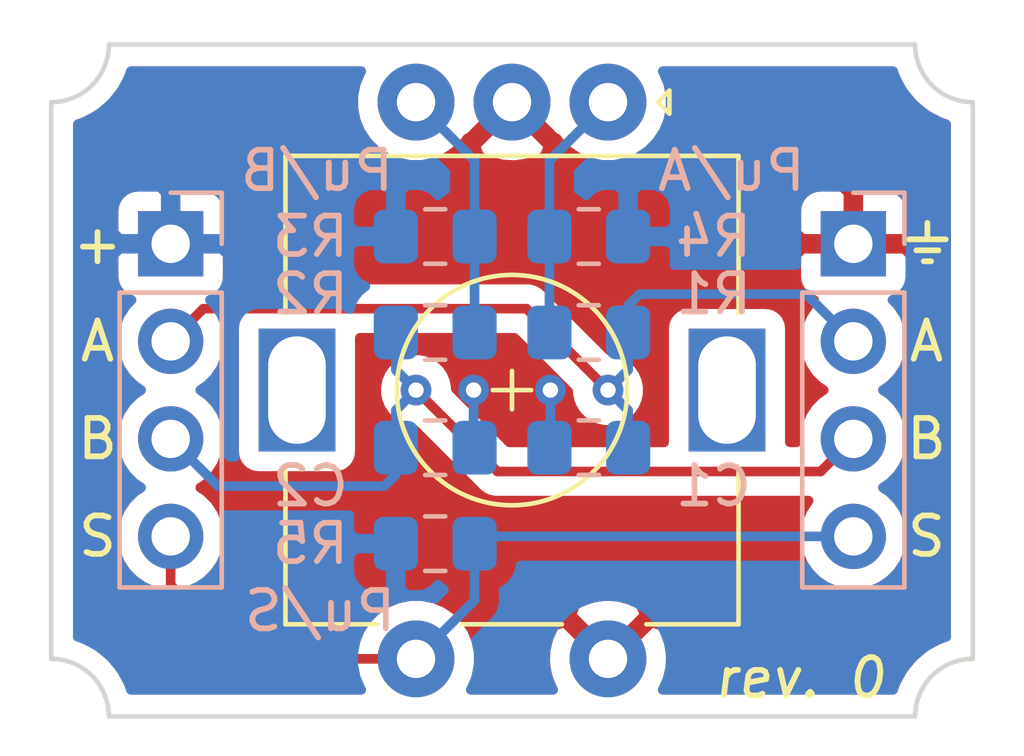
<source format=kicad_pcb>
(kicad_pcb (version 20171130) (host pcbnew 5.1.5)

  (general
    (thickness 1.6)
    (drawings 20)
    (tracks 49)
    (zones 0)
    (modules 10)
    (nets 8)
  )

  (page A4)
  (title_block
    (title Encoder)
    (rev 0)
    (company Kellermann)
  )

  (layers
    (0 F.Cu signal)
    (31 B.Cu signal)
    (32 B.Adhes user)
    (33 F.Adhes user)
    (34 B.Paste user)
    (35 F.Paste user)
    (36 B.SilkS user)
    (37 F.SilkS user)
    (38 B.Mask user hide)
    (39 F.Mask user hide)
    (40 Dwgs.User user)
    (41 Cmts.User user)
    (42 Eco1.User user)
    (43 Eco2.User user)
    (44 Edge.Cuts user)
    (45 Margin user)
    (46 B.CrtYd user)
    (47 F.CrtYd user)
    (48 B.Fab user hide)
    (49 F.Fab user hide)
  )

  (setup
    (last_trace_width 0.25)
    (trace_clearance 0.2)
    (zone_clearance 0.508)
    (zone_45_only no)
    (trace_min 0.2)
    (via_size 0.8)
    (via_drill 0.4)
    (via_min_size 0.4)
    (via_min_drill 0.3)
    (uvia_size 0.3)
    (uvia_drill 0.1)
    (uvias_allowed no)
    (uvia_min_size 0.2)
    (uvia_min_drill 0.1)
    (edge_width 0.05)
    (segment_width 0.2)
    (pcb_text_width 0.3)
    (pcb_text_size 1.5 1.5)
    (mod_edge_width 0.12)
    (mod_text_size 1 1)
    (mod_text_width 0.15)
    (pad_size 2 2)
    (pad_drill 1)
    (pad_to_mask_clearance 0.051)
    (solder_mask_min_width 0.25)
    (aux_axis_origin 0 0)
    (grid_origin 125 100)
    (visible_elements FFFFF77F)
    (pcbplotparams
      (layerselection 0x010fc_ffffffff)
      (usegerberextensions false)
      (usegerberattributes false)
      (usegerberadvancedattributes false)
      (creategerberjobfile false)
      (excludeedgelayer true)
      (linewidth 0.100000)
      (plotframeref false)
      (viasonmask false)
      (mode 1)
      (useauxorigin false)
      (hpglpennumber 1)
      (hpglpenspeed 20)
      (hpglpendiameter 15.000000)
      (psnegative false)
      (psa4output false)
      (plotreference true)
      (plotvalue true)
      (plotinvisibletext false)
      (padsonsilk false)
      (subtractmaskfromsilk false)
      (outputformat 1)
      (mirror false)
      (drillshape 1)
      (scaleselection 1)
      (outputdirectory ""))
  )

  (net 0 "")
  (net 1 GND)
  (net 2 A)
  (net 3 B)
  (net 4 "Net-(R1-Pad2)")
  (net 5 "Net-(R2-Pad2)")
  (net 6 VDD)
  (net 7 S)

  (net_class Default "This is the default net class."
    (clearance 0.2)
    (trace_width 0.25)
    (via_dia 0.8)
    (via_drill 0.4)
    (uvia_dia 0.3)
    (uvia_drill 0.1)
    (add_net A)
    (add_net B)
    (add_net GND)
    (add_net "Net-(R1-Pad2)")
    (add_net "Net-(R2-Pad2)")
    (add_net S)
    (add_net VDD)
  )

  (module Connector_PinHeader_2.54mm:PinHeader_1x04_P2.54mm_Vertical (layer B.Cu) (tedit 59FED5CC) (tstamp 5E378909)
    (at 133.89 96.19 180)
    (descr "Through hole straight pin header, 1x04, 2.54mm pitch, single row")
    (tags "Through hole pin header THT 1x04 2.54mm single row")
    (path /5E37F14A)
    (fp_text reference X2 (at 2.54 -3.81) (layer B.SilkS) hide
      (effects (font (size 1 1) (thickness 0.15)) (justify mirror))
    )
    (fp_text value Conn_01x04 (at 0 -9.95) (layer B.Fab)
      (effects (font (size 1 1) (thickness 0.15)) (justify mirror))
    )
    (fp_text user %R (at 0 -3.81 270) (layer B.Fab)
      (effects (font (size 1 1) (thickness 0.15)) (justify mirror))
    )
    (fp_line (start 1.8 1.8) (end -1.8 1.8) (layer B.CrtYd) (width 0.05))
    (fp_line (start 1.8 -9.4) (end 1.8 1.8) (layer B.CrtYd) (width 0.05))
    (fp_line (start -1.8 -9.4) (end 1.8 -9.4) (layer B.CrtYd) (width 0.05))
    (fp_line (start -1.8 1.8) (end -1.8 -9.4) (layer B.CrtYd) (width 0.05))
    (fp_line (start -1.33 1.33) (end 0 1.33) (layer B.SilkS) (width 0.12))
    (fp_line (start -1.33 0) (end -1.33 1.33) (layer B.SilkS) (width 0.12))
    (fp_line (start -1.33 -1.27) (end 1.33 -1.27) (layer B.SilkS) (width 0.12))
    (fp_line (start 1.33 -1.27) (end 1.33 -8.95) (layer B.SilkS) (width 0.12))
    (fp_line (start -1.33 -1.27) (end -1.33 -8.95) (layer B.SilkS) (width 0.12))
    (fp_line (start -1.33 -8.95) (end 1.33 -8.95) (layer B.SilkS) (width 0.12))
    (fp_line (start -1.27 0.635) (end -0.635 1.27) (layer B.Fab) (width 0.1))
    (fp_line (start -1.27 -8.89) (end -1.27 0.635) (layer B.Fab) (width 0.1))
    (fp_line (start 1.27 -8.89) (end -1.27 -8.89) (layer B.Fab) (width 0.1))
    (fp_line (start 1.27 1.27) (end 1.27 -8.89) (layer B.Fab) (width 0.1))
    (fp_line (start -0.635 1.27) (end 1.27 1.27) (layer B.Fab) (width 0.1))
    (pad 4 thru_hole oval (at 0 -7.62 180) (size 1.7 1.7) (drill 1) (layers *.Cu *.Mask)
      (net 7 S))
    (pad 3 thru_hole oval (at 0 -5.08 180) (size 1.7 1.7) (drill 1) (layers *.Cu *.Mask)
      (net 3 B))
    (pad 2 thru_hole oval (at 0 -2.54 180) (size 1.7 1.7) (drill 1) (layers *.Cu *.Mask)
      (net 2 A))
    (pad 1 thru_hole rect (at 0 0 180) (size 1.7 1.7) (drill 1) (layers *.Cu *.Mask)
      (net 1 GND))
    (model ${KISYS3DMOD}/Connector_PinHeader_2.54mm.3dshapes/PinHeader_1x04_P2.54mm_Vertical.wrl
      (at (xyz 0 0 0))
      (scale (xyz 1 1 1))
      (rotate (xyz 0 0 0))
    )
  )

  (module Connector_PinHeader_2.54mm:PinHeader_1x04_P2.54mm_Vertical (layer B.Cu) (tedit 59FED5CC) (tstamp 5E3AFC0C)
    (at 116.11 96.19 180)
    (descr "Through hole straight pin header, 1x04, 2.54mm pitch, single row")
    (tags "Through hole pin header THT 1x04 2.54mm single row")
    (path /5E37FEC7)
    (fp_text reference X1 (at -2.54 -3.81) (layer B.SilkS) hide
      (effects (font (size 1 1) (thickness 0.15)) (justify mirror))
    )
    (fp_text value Conn_01x04 (at 0 -9.95) (layer B.Fab)
      (effects (font (size 1 1) (thickness 0.15)) (justify mirror))
    )
    (fp_text user %R (at 0 -3.81 270) (layer B.Fab)
      (effects (font (size 1 1) (thickness 0.15)) (justify mirror))
    )
    (fp_line (start 1.8 1.8) (end -1.8 1.8) (layer B.CrtYd) (width 0.05))
    (fp_line (start 1.8 -9.4) (end 1.8 1.8) (layer B.CrtYd) (width 0.05))
    (fp_line (start -1.8 -9.4) (end 1.8 -9.4) (layer B.CrtYd) (width 0.05))
    (fp_line (start -1.8 1.8) (end -1.8 -9.4) (layer B.CrtYd) (width 0.05))
    (fp_line (start -1.33 1.33) (end 0 1.33) (layer B.SilkS) (width 0.12))
    (fp_line (start -1.33 0) (end -1.33 1.33) (layer B.SilkS) (width 0.12))
    (fp_line (start -1.33 -1.27) (end 1.33 -1.27) (layer B.SilkS) (width 0.12))
    (fp_line (start 1.33 -1.27) (end 1.33 -8.95) (layer B.SilkS) (width 0.12))
    (fp_line (start -1.33 -1.27) (end -1.33 -8.95) (layer B.SilkS) (width 0.12))
    (fp_line (start -1.33 -8.95) (end 1.33 -8.95) (layer B.SilkS) (width 0.12))
    (fp_line (start -1.27 0.635) (end -0.635 1.27) (layer B.Fab) (width 0.1))
    (fp_line (start -1.27 -8.89) (end -1.27 0.635) (layer B.Fab) (width 0.1))
    (fp_line (start 1.27 -8.89) (end -1.27 -8.89) (layer B.Fab) (width 0.1))
    (fp_line (start 1.27 1.27) (end 1.27 -8.89) (layer B.Fab) (width 0.1))
    (fp_line (start -0.635 1.27) (end 1.27 1.27) (layer B.Fab) (width 0.1))
    (pad 4 thru_hole oval (at 0 -7.62 180) (size 1.7 1.7) (drill 1) (layers *.Cu *.Mask)
      (net 7 S))
    (pad 3 thru_hole oval (at 0 -5.08 180) (size 1.7 1.7) (drill 1) (layers *.Cu *.Mask)
      (net 3 B))
    (pad 2 thru_hole oval (at 0 -2.54 180) (size 1.7 1.7) (drill 1) (layers *.Cu *.Mask)
      (net 2 A))
    (pad 1 thru_hole rect (at 0 0 180) (size 1.7 1.7) (drill 1) (layers *.Cu *.Mask)
      (net 6 VDD))
    (model ${KISYS3DMOD}/Connector_PinHeader_2.54mm.3dshapes/PinHeader_1x04_P2.54mm_Vertical.wrl
      (at (xyz 0 0 0))
      (scale (xyz 1 1 1))
      (rotate (xyz 0 0 0))
    )
  )

  (module Rotary_Encoder:RotaryEncoder_Alps_EC11E-Switch_Vertical_H20mm (layer F.Cu) (tedit 5E3AAB30) (tstamp 5E3788D9)
    (at 127.5 92.5 270)
    (descr "Alps rotary encoder, EC12E... with switch, vertical shaft, http://www.alps.com/prod/info/E/HTML/Encoder/Incremental/EC11/EC11E15204A3.html")
    (tags "rotary encoder")
    (path /5E372C72)
    (fp_text reference SW1 (at 2.8 -4.7 90) (layer F.SilkS) hide
      (effects (font (size 1 1) (thickness 0.15)))
    )
    (fp_text value Rotary_Encoder_Switch (at 7.5 10.4 90) (layer F.Fab)
      (effects (font (size 1 1) (thickness 0.15)))
    )
    (fp_circle (center 7.5 2.5) (end 10.5 2.5) (layer F.Fab) (width 0.12))
    (fp_circle (center 7.5 2.5) (end 10.5 2.5) (layer F.SilkS) (width 0.12))
    (fp_line (start 16 9.6) (end -1.5 9.6) (layer F.CrtYd) (width 0.05))
    (fp_line (start 16 9.6) (end 16 -4.6) (layer F.CrtYd) (width 0.05))
    (fp_line (start -1.5 -4.6) (end -1.5 9.6) (layer F.CrtYd) (width 0.05))
    (fp_line (start -1.5 -4.6) (end 16 -4.6) (layer F.CrtYd) (width 0.05))
    (fp_line (start 2.5 -3.3) (end 13.5 -3.3) (layer F.Fab) (width 0.12))
    (fp_line (start 13.5 -3.3) (end 13.5 8.3) (layer F.Fab) (width 0.12))
    (fp_line (start 13.5 8.3) (end 1.5 8.3) (layer F.Fab) (width 0.12))
    (fp_line (start 1.5 8.3) (end 1.5 -2.2) (layer F.Fab) (width 0.12))
    (fp_line (start 1.5 -2.2) (end 2.5 -3.3) (layer F.Fab) (width 0.12))
    (fp_line (start 9.5 -3.4) (end 13.6 -3.4) (layer F.SilkS) (width 0.12))
    (fp_line (start 13.6 8.4) (end 9.5 8.4) (layer F.SilkS) (width 0.12))
    (fp_line (start 5.5 8.4) (end 1.4 8.4) (layer F.SilkS) (width 0.12))
    (fp_line (start 5.5 -3.4) (end 1.4 -3.4) (layer F.SilkS) (width 0.12))
    (fp_line (start 1.4 -3.4) (end 1.4 8.4) (layer F.SilkS) (width 0.12))
    (fp_line (start 0 -1.3) (end -0.3 -1.6) (layer F.SilkS) (width 0.12))
    (fp_line (start -0.3 -1.6) (end 0.3 -1.6) (layer F.SilkS) (width 0.12))
    (fp_line (start 0.3 -1.6) (end 0 -1.3) (layer F.SilkS) (width 0.12))
    (fp_line (start 7.5 -0.5) (end 7.5 5.5) (layer F.Fab) (width 0.12))
    (fp_line (start 4.5 2.5) (end 10.5 2.5) (layer F.Fab) (width 0.12))
    (fp_line (start 13.6 -3.4) (end 13.6 -1) (layer F.SilkS) (width 0.12))
    (fp_line (start 13.6 1.2) (end 13.6 3.8) (layer F.SilkS) (width 0.12))
    (fp_line (start 13.6 6) (end 13.6 8.4) (layer F.SilkS) (width 0.12))
    (fp_line (start 7.5 2) (end 7.5 3) (layer F.SilkS) (width 0.12))
    (fp_line (start 7 2.5) (end 8 2.5) (layer F.SilkS) (width 0.12))
    (fp_text user %R (at 11.1 6.3 90) (layer F.Fab)
      (effects (font (size 1 1) (thickness 0.15)))
    )
    (pad A thru_hole circle (at 0 0 270) (size 2 2) (drill 1) (layers *.Cu *.Mask)
      (net 4 "Net-(R1-Pad2)"))
    (pad C thru_hole circle (at 0 2.5 270) (size 2 2) (drill 1) (layers *.Cu *.Mask)
      (net 1 GND))
    (pad B thru_hole circle (at 0 5 270) (size 2 2) (drill 1) (layers *.Cu *.Mask)
      (net 5 "Net-(R2-Pad2)"))
    (pad MP thru_hole rect (at 7.5 -3.1 270) (size 3.2 2) (drill oval 2.8 1.5) (layers *.Cu *.Mask))
    (pad MP thru_hole rect (at 7.5 8.1 270) (size 3.2 2) (drill oval 2.8 1.5) (layers *.Cu *.Mask))
    (pad S2 thru_hole circle (at 14.5 0 270) (size 2 2) (drill 1) (layers *.Cu *.Mask)
      (net 1 GND))
    (pad S1 thru_hole circle (at 14.5 5 270) (size 2 2) (drill 1) (layers *.Cu *.Mask)
      (net 7 S))
    (model ${KISYS3DMOD}/Rotary_Encoder.3dshapes/RotaryEncoder_Alps_EC11E-Switch_Vertical_H20mm.wrl
      (at (xyz 0 0 0))
      (scale (xyz 1 1 1))
      (rotate (xyz 0 0 0))
    )
    (model ${KIPRJMOD}/482009514001_Download_STEP_4820xx514001_rev1.stp
      (offset (xyz 7.5 -2.5 6))
      (scale (xyz 1 1 1))
      (rotate (xyz 0 0 180))
    )
  )

  (module Resistor_SMD:R_0805_2012Metric_Pad1.15x1.40mm_HandSolder (layer B.Cu) (tedit 5B36C52B) (tstamp 5E3788B3)
    (at 123 104)
    (descr "Resistor SMD 0805 (2012 Metric), square (rectangular) end terminal, IPC_7351 nominal with elongated pad for handsoldering. (Body size source: https://docs.google.com/spreadsheets/d/1BsfQQcO9C6DZCsRaXUlFlo91Tg2WpOkGARC1WS5S8t0/edit?usp=sharing), generated with kicad-footprint-generator")
    (tags "resistor handsolder")
    (path /5E37C503)
    (attr smd)
    (fp_text reference R5 (at -3.25 0) (layer B.SilkS)
      (effects (font (size 1 1) (thickness 0.15)) (justify mirror))
    )
    (fp_text value "10 k" (at 0 -1.65) (layer B.Fab)
      (effects (font (size 1 1) (thickness 0.15)) (justify mirror))
    )
    (fp_text user %R (at 0 0) (layer B.Fab)
      (effects (font (size 0.5 0.5) (thickness 0.08)) (justify mirror))
    )
    (fp_line (start 1.85 -0.95) (end -1.85 -0.95) (layer B.CrtYd) (width 0.05))
    (fp_line (start 1.85 0.95) (end 1.85 -0.95) (layer B.CrtYd) (width 0.05))
    (fp_line (start -1.85 0.95) (end 1.85 0.95) (layer B.CrtYd) (width 0.05))
    (fp_line (start -1.85 -0.95) (end -1.85 0.95) (layer B.CrtYd) (width 0.05))
    (fp_line (start -0.261252 -0.71) (end 0.261252 -0.71) (layer B.SilkS) (width 0.12))
    (fp_line (start -0.261252 0.71) (end 0.261252 0.71) (layer B.SilkS) (width 0.12))
    (fp_line (start 1 -0.6) (end -1 -0.6) (layer B.Fab) (width 0.1))
    (fp_line (start 1 0.6) (end 1 -0.6) (layer B.Fab) (width 0.1))
    (fp_line (start -1 0.6) (end 1 0.6) (layer B.Fab) (width 0.1))
    (fp_line (start -1 -0.6) (end -1 0.6) (layer B.Fab) (width 0.1))
    (pad 2 smd roundrect (at 1.025 0) (size 1.15 1.4) (layers B.Cu B.Paste B.Mask) (roundrect_rratio 0.217391)
      (net 7 S))
    (pad 1 smd roundrect (at -1.025 0) (size 1.15 1.4) (layers B.Cu B.Paste B.Mask) (roundrect_rratio 0.217391)
      (net 6 VDD))
    (model ${KISYS3DMOD}/Resistor_SMD.3dshapes/R_0805_2012Metric.wrl
      (at (xyz 0 0 0))
      (scale (xyz 1 1 1))
      (rotate (xyz 0 0 0))
    )
  )

  (module Resistor_SMD:R_0805_2012Metric_Pad1.15x1.40mm_HandSolder (layer B.Cu) (tedit 5B36C52B) (tstamp 5E3788A2)
    (at 127 96 180)
    (descr "Resistor SMD 0805 (2012 Metric), square (rectangular) end terminal, IPC_7351 nominal with elongated pad for handsoldering. (Body size source: https://docs.google.com/spreadsheets/d/1BsfQQcO9C6DZCsRaXUlFlo91Tg2WpOkGARC1WS5S8t0/edit?usp=sharing), generated with kicad-footprint-generator")
    (tags "resistor handsolder")
    (path /5E3742CA)
    (attr smd)
    (fp_text reference R4 (at -3.25 0) (layer B.SilkS)
      (effects (font (size 1 1) (thickness 0.15)) (justify mirror))
    )
    (fp_text value "10 k" (at 0 -1.65) (layer B.Fab)
      (effects (font (size 1 1) (thickness 0.15)) (justify mirror))
    )
    (fp_text user %R (at 0 0) (layer B.Fab)
      (effects (font (size 0.5 0.5) (thickness 0.08)) (justify mirror))
    )
    (fp_line (start 1.85 -0.95) (end -1.85 -0.95) (layer B.CrtYd) (width 0.05))
    (fp_line (start 1.85 0.95) (end 1.85 -0.95) (layer B.CrtYd) (width 0.05))
    (fp_line (start -1.85 0.95) (end 1.85 0.95) (layer B.CrtYd) (width 0.05))
    (fp_line (start -1.85 -0.95) (end -1.85 0.95) (layer B.CrtYd) (width 0.05))
    (fp_line (start -0.261252 -0.71) (end 0.261252 -0.71) (layer B.SilkS) (width 0.12))
    (fp_line (start -0.261252 0.71) (end 0.261252 0.71) (layer B.SilkS) (width 0.12))
    (fp_line (start 1 -0.6) (end -1 -0.6) (layer B.Fab) (width 0.1))
    (fp_line (start 1 0.6) (end 1 -0.6) (layer B.Fab) (width 0.1))
    (fp_line (start -1 0.6) (end 1 0.6) (layer B.Fab) (width 0.1))
    (fp_line (start -1 -0.6) (end -1 0.6) (layer B.Fab) (width 0.1))
    (pad 2 smd roundrect (at 1.025 0 180) (size 1.15 1.4) (layers B.Cu B.Paste B.Mask) (roundrect_rratio 0.217391)
      (net 4 "Net-(R1-Pad2)"))
    (pad 1 smd roundrect (at -1.025 0 180) (size 1.15 1.4) (layers B.Cu B.Paste B.Mask) (roundrect_rratio 0.217391)
      (net 6 VDD))
    (model ${KISYS3DMOD}/Resistor_SMD.3dshapes/R_0805_2012Metric.wrl
      (at (xyz 0 0 0))
      (scale (xyz 1 1 1))
      (rotate (xyz 0 0 0))
    )
  )

  (module Resistor_SMD:R_0805_2012Metric_Pad1.15x1.40mm_HandSolder (layer B.Cu) (tedit 5B36C52B) (tstamp 5E379534)
    (at 123 96)
    (descr "Resistor SMD 0805 (2012 Metric), square (rectangular) end terminal, IPC_7351 nominal with elongated pad for handsoldering. (Body size source: https://docs.google.com/spreadsheets/d/1BsfQQcO9C6DZCsRaXUlFlo91Tg2WpOkGARC1WS5S8t0/edit?usp=sharing), generated with kicad-footprint-generator")
    (tags "resistor handsolder")
    (path /5E374AD3)
    (attr smd)
    (fp_text reference R3 (at -3.25 0) (layer B.SilkS)
      (effects (font (size 1 1) (thickness 0.15)) (justify mirror))
    )
    (fp_text value "10 k" (at 0 -1.65) (layer B.Fab)
      (effects (font (size 1 1) (thickness 0.15)) (justify mirror))
    )
    (fp_text user %R (at 0 0) (layer F.Fab)
      (effects (font (size 0.5 0.5) (thickness 0.08)))
    )
    (fp_line (start 1.85 -0.95) (end -1.85 -0.95) (layer B.CrtYd) (width 0.05))
    (fp_line (start 1.85 0.95) (end 1.85 -0.95) (layer B.CrtYd) (width 0.05))
    (fp_line (start -1.85 0.95) (end 1.85 0.95) (layer B.CrtYd) (width 0.05))
    (fp_line (start -1.85 -0.95) (end -1.85 0.95) (layer B.CrtYd) (width 0.05))
    (fp_line (start -0.261252 -0.71) (end 0.261252 -0.71) (layer B.SilkS) (width 0.12))
    (fp_line (start -0.261252 0.71) (end 0.261252 0.71) (layer B.SilkS) (width 0.12))
    (fp_line (start 1 -0.6) (end -1 -0.6) (layer B.Fab) (width 0.1))
    (fp_line (start 1 0.6) (end 1 -0.6) (layer B.Fab) (width 0.1))
    (fp_line (start -1 0.6) (end 1 0.6) (layer B.Fab) (width 0.1))
    (fp_line (start -1 -0.6) (end -1 0.6) (layer B.Fab) (width 0.1))
    (pad 2 smd roundrect (at 1.025 0) (size 1.15 1.4) (layers B.Cu B.Paste B.Mask) (roundrect_rratio 0.217391)
      (net 5 "Net-(R2-Pad2)"))
    (pad 1 smd roundrect (at -1.025 0) (size 1.15 1.4) (layers B.Cu B.Paste B.Mask) (roundrect_rratio 0.217391)
      (net 6 VDD))
    (model ${KISYS3DMOD}/Resistor_SMD.3dshapes/R_0805_2012Metric.wrl
      (at (xyz 0 0 0))
      (scale (xyz 1 1 1))
      (rotate (xyz 0 0 0))
    )
  )

  (module Resistor_SMD:R_0805_2012Metric_Pad1.15x1.40mm_HandSolder (layer B.Cu) (tedit 5B36C52B) (tstamp 5E378880)
    (at 123 98.5)
    (descr "Resistor SMD 0805 (2012 Metric), square (rectangular) end terminal, IPC_7351 nominal with elongated pad for handsoldering. (Body size source: https://docs.google.com/spreadsheets/d/1BsfQQcO9C6DZCsRaXUlFlo91Tg2WpOkGARC1WS5S8t0/edit?usp=sharing), generated with kicad-footprint-generator")
    (tags "resistor handsolder")
    (path /5E37501A)
    (attr smd)
    (fp_text reference R2 (at -3.25 -1) (layer B.SilkS)
      (effects (font (size 1 1) (thickness 0.15)) (justify mirror))
    )
    (fp_text value "10 k" (at 0 -1.65) (layer B.Fab)
      (effects (font (size 1 1) (thickness 0.15)) (justify mirror))
    )
    (fp_text user %R (at 0 0) (layer B.Fab)
      (effects (font (size 0.5 0.5) (thickness 0.08)) (justify mirror))
    )
    (fp_line (start 1.85 -0.95) (end -1.85 -0.95) (layer B.CrtYd) (width 0.05))
    (fp_line (start 1.85 0.95) (end 1.85 -0.95) (layer B.CrtYd) (width 0.05))
    (fp_line (start -1.85 0.95) (end 1.85 0.95) (layer B.CrtYd) (width 0.05))
    (fp_line (start -1.85 -0.95) (end -1.85 0.95) (layer B.CrtYd) (width 0.05))
    (fp_line (start -0.261252 -0.71) (end 0.261252 -0.71) (layer B.SilkS) (width 0.12))
    (fp_line (start -0.261252 0.71) (end 0.261252 0.71) (layer B.SilkS) (width 0.12))
    (fp_line (start 1 -0.6) (end -1 -0.6) (layer B.Fab) (width 0.1))
    (fp_line (start 1 0.6) (end 1 -0.6) (layer B.Fab) (width 0.1))
    (fp_line (start -1 0.6) (end 1 0.6) (layer B.Fab) (width 0.1))
    (fp_line (start -1 -0.6) (end -1 0.6) (layer B.Fab) (width 0.1))
    (pad 2 smd roundrect (at 1.025 0) (size 1.15 1.4) (layers B.Cu B.Paste B.Mask) (roundrect_rratio 0.217391)
      (net 5 "Net-(R2-Pad2)"))
    (pad 1 smd roundrect (at -1.025 0) (size 1.15 1.4) (layers B.Cu B.Paste B.Mask) (roundrect_rratio 0.217391)
      (net 3 B))
    (model ${KISYS3DMOD}/Resistor_SMD.3dshapes/R_0805_2012Metric.wrl
      (at (xyz 0 0 0))
      (scale (xyz 1 1 1))
      (rotate (xyz 0 0 0))
    )
  )

  (module Resistor_SMD:R_0805_2012Metric_Pad1.15x1.40mm_HandSolder (layer B.Cu) (tedit 5B36C52B) (tstamp 5E37886F)
    (at 127 98.5 180)
    (descr "Resistor SMD 0805 (2012 Metric), square (rectangular) end terminal, IPC_7351 nominal with elongated pad for handsoldering. (Body size source: https://docs.google.com/spreadsheets/d/1BsfQQcO9C6DZCsRaXUlFlo91Tg2WpOkGARC1WS5S8t0/edit?usp=sharing), generated with kicad-footprint-generator")
    (tags "resistor handsolder")
    (path /5E374D12)
    (attr smd)
    (fp_text reference R1 (at -3.25 1) (layer B.SilkS)
      (effects (font (size 1 1) (thickness 0.15)) (justify mirror))
    )
    (fp_text value "10 k" (at 0 -1.65) (layer B.Fab)
      (effects (font (size 1 1) (thickness 0.15)) (justify mirror))
    )
    (fp_text user %R (at 0 0) (layer B.Fab)
      (effects (font (size 0.5 0.5) (thickness 0.08)) (justify mirror))
    )
    (fp_line (start 1.85 -0.95) (end -1.85 -0.95) (layer B.CrtYd) (width 0.05))
    (fp_line (start 1.85 0.95) (end 1.85 -0.95) (layer B.CrtYd) (width 0.05))
    (fp_line (start -1.85 0.95) (end 1.85 0.95) (layer B.CrtYd) (width 0.05))
    (fp_line (start -1.85 -0.95) (end -1.85 0.95) (layer B.CrtYd) (width 0.05))
    (fp_line (start -0.261252 -0.71) (end 0.261252 -0.71) (layer B.SilkS) (width 0.12))
    (fp_line (start -0.261252 0.71) (end 0.261252 0.71) (layer B.SilkS) (width 0.12))
    (fp_line (start 1 -0.6) (end -1 -0.6) (layer B.Fab) (width 0.1))
    (fp_line (start 1 0.6) (end 1 -0.6) (layer B.Fab) (width 0.1))
    (fp_line (start -1 0.6) (end 1 0.6) (layer B.Fab) (width 0.1))
    (fp_line (start -1 -0.6) (end -1 0.6) (layer B.Fab) (width 0.1))
    (pad 2 smd roundrect (at 1.025 0 180) (size 1.15 1.4) (layers B.Cu B.Paste B.Mask) (roundrect_rratio 0.217391)
      (net 4 "Net-(R1-Pad2)"))
    (pad 1 smd roundrect (at -1.025 0 180) (size 1.15 1.4) (layers B.Cu B.Paste B.Mask) (roundrect_rratio 0.217391)
      (net 2 A))
    (model ${KISYS3DMOD}/Resistor_SMD.3dshapes/R_0805_2012Metric.wrl
      (at (xyz 0 0 0))
      (scale (xyz 1 1 1))
      (rotate (xyz 0 0 0))
    )
  )

  (module Capacitor_SMD:C_0805_2012Metric_Pad1.15x1.40mm_HandSolder (layer B.Cu) (tedit 5B36C52B) (tstamp 5E37885E)
    (at 123 101.5)
    (descr "Capacitor SMD 0805 (2012 Metric), square (rectangular) end terminal, IPC_7351 nominal with elongated pad for handsoldering. (Body size source: https://docs.google.com/spreadsheets/d/1BsfQQcO9C6DZCsRaXUlFlo91Tg2WpOkGARC1WS5S8t0/edit?usp=sharing), generated with kicad-footprint-generator")
    (tags "capacitor handsolder")
    (path /5E3756AE)
    (attr smd)
    (fp_text reference C2 (at -3.25 1) (layer B.SilkS)
      (effects (font (size 1 1) (thickness 0.15)) (justify mirror))
    )
    (fp_text value "10 nF" (at 0 -1.65) (layer B.Fab)
      (effects (font (size 1 1) (thickness 0.15)) (justify mirror))
    )
    (fp_text user %R (at 0 0) (layer B.Fab)
      (effects (font (size 0.5 0.5) (thickness 0.08)) (justify mirror))
    )
    (fp_line (start 1.85 -0.95) (end -1.85 -0.95) (layer B.CrtYd) (width 0.05))
    (fp_line (start 1.85 0.95) (end 1.85 -0.95) (layer B.CrtYd) (width 0.05))
    (fp_line (start -1.85 0.95) (end 1.85 0.95) (layer B.CrtYd) (width 0.05))
    (fp_line (start -1.85 -0.95) (end -1.85 0.95) (layer B.CrtYd) (width 0.05))
    (fp_line (start -0.261252 -0.71) (end 0.261252 -0.71) (layer B.SilkS) (width 0.12))
    (fp_line (start -0.261252 0.71) (end 0.261252 0.71) (layer B.SilkS) (width 0.12))
    (fp_line (start 1 -0.6) (end -1 -0.6) (layer B.Fab) (width 0.1))
    (fp_line (start 1 0.6) (end 1 -0.6) (layer B.Fab) (width 0.1))
    (fp_line (start -1 0.6) (end 1 0.6) (layer B.Fab) (width 0.1))
    (fp_line (start -1 -0.6) (end -1 0.6) (layer B.Fab) (width 0.1))
    (pad 2 smd roundrect (at 1.025 0) (size 1.15 1.4) (layers B.Cu B.Paste B.Mask) (roundrect_rratio 0.217391)
      (net 1 GND))
    (pad 1 smd roundrect (at -1.025 0) (size 1.15 1.4) (layers B.Cu B.Paste B.Mask) (roundrect_rratio 0.217391)
      (net 3 B))
    (model ${KISYS3DMOD}/Capacitor_SMD.3dshapes/C_0805_2012Metric.wrl
      (at (xyz 0 0 0))
      (scale (xyz 1 1 1))
      (rotate (xyz 0 0 0))
    )
  )

  (module Capacitor_SMD:C_0805_2012Metric_Pad1.15x1.40mm_HandSolder (layer B.Cu) (tedit 5B36C52B) (tstamp 5E37884D)
    (at 127 101.5 180)
    (descr "Capacitor SMD 0805 (2012 Metric), square (rectangular) end terminal, IPC_7351 nominal with elongated pad for handsoldering. (Body size source: https://docs.google.com/spreadsheets/d/1BsfQQcO9C6DZCsRaXUlFlo91Tg2WpOkGARC1WS5S8t0/edit?usp=sharing), generated with kicad-footprint-generator")
    (tags "capacitor handsolder")
    (path /5E3755B6)
    (attr smd)
    (fp_text reference C1 (at -3.25 -1) (layer B.SilkS)
      (effects (font (size 1 1) (thickness 0.15)) (justify mirror))
    )
    (fp_text value "10 nF" (at 0 -1.65) (layer B.Fab)
      (effects (font (size 1 1) (thickness 0.15)) (justify mirror))
    )
    (fp_text user %R (at 0 0) (layer B.Fab)
      (effects (font (size 0.5 0.5) (thickness 0.08)) (justify mirror))
    )
    (fp_line (start 1.85 -0.95) (end -1.85 -0.95) (layer B.CrtYd) (width 0.05))
    (fp_line (start 1.85 0.95) (end 1.85 -0.95) (layer B.CrtYd) (width 0.05))
    (fp_line (start -1.85 0.95) (end 1.85 0.95) (layer B.CrtYd) (width 0.05))
    (fp_line (start -1.85 -0.95) (end -1.85 0.95) (layer B.CrtYd) (width 0.05))
    (fp_line (start -0.261252 -0.71) (end 0.261252 -0.71) (layer B.SilkS) (width 0.12))
    (fp_line (start -0.261252 0.71) (end 0.261252 0.71) (layer B.SilkS) (width 0.12))
    (fp_line (start 1 -0.6) (end -1 -0.6) (layer B.Fab) (width 0.1))
    (fp_line (start 1 0.6) (end 1 -0.6) (layer B.Fab) (width 0.1))
    (fp_line (start -1 0.6) (end 1 0.6) (layer B.Fab) (width 0.1))
    (fp_line (start -1 -0.6) (end -1 0.6) (layer B.Fab) (width 0.1))
    (pad 2 smd roundrect (at 1.025 0 180) (size 1.15 1.4) (layers B.Cu B.Paste B.Mask) (roundrect_rratio 0.217391)
      (net 1 GND))
    (pad 1 smd roundrect (at -1.025 0 180) (size 1.15 1.4) (layers B.Cu B.Paste B.Mask) (roundrect_rratio 0.217391)
      (net 2 A))
    (model ${KISYS3DMOD}/Capacitor_SMD.3dshapes/C_0805_2012Metric.wrl
      (at (xyz 0 0 0))
      (scale (xyz 1 1 1))
      (rotate (xyz 0 0 0))
    )
  )

  (gr_text Pu/S (at 120 105.75) (layer B.SilkS) (tstamp 5E3B022F)
    (effects (font (size 1 1) (thickness 0.15)) (justify mirror))
  )
  (gr_text Pu/A (at 130.715 94.285) (layer B.SilkS) (tstamp 5E3B009F)
    (effects (font (size 1 1) (thickness 0.15)) (justify mirror))
  )
  (gr_text Pu/B (at 119.92 94.285) (layer B.SilkS)
    (effects (font (size 1 1) (thickness 0.15)) (justify mirror))
  )
  (gr_text A (at 135.795 98.73) (layer F.SilkS) (tstamp 5E37B941)
    (effects (font (size 1 1) (thickness 0.15)))
  )
  (gr_text B (at 135.795 101.27) (layer F.SilkS)
    (effects (font (size 1 1) (thickness 0.15)))
  )
  (gr_text "⏚ " (at 136.2 96.19) (layer F.SilkS)
    (effects (font (size 1 1) (thickness 0.15)))
  )
  (gr_text S (at 135.795 103.81) (layer F.SilkS)
    (effects (font (size 1 1) (thickness 0.15)))
  )
  (gr_text + (at 114.205 96.19) (layer F.SilkS) (tstamp 5E3AFEBB)
    (effects (font (size 1 1) (thickness 0.15)))
  )
  (gr_text S (at 114.205 103.81) (layer F.SilkS)
    (effects (font (size 1 1) (thickness 0.15)))
  )
  (gr_text B (at 114.205 101.27) (layer F.SilkS)
    (effects (font (size 1 1) (thickness 0.15)))
  )
  (gr_text A (at 114.205 98.73) (layer F.SilkS)
    (effects (font (size 1 1) (thickness 0.15)))
  )
  (gr_text "rev. 0" (at 132.5 107.5) (layer F.SilkS)
    (effects (font (size 1 1) (thickness 0.15) italic))
  )
  (gr_arc (start 113 91) (end 113 92.5) (angle -90) (layer Edge.Cuts) (width 0.12))
  (gr_arc (start 113 108.5) (end 114.5 108.5) (angle -90) (layer Edge.Cuts) (width 0.12))
  (gr_arc (start 137 108.5) (end 137 107) (angle -90) (layer Edge.Cuts) (width 0.12))
  (gr_arc (start 137 91) (end 135.5 91) (angle -90) (layer Edge.Cuts) (width 0.12))
  (gr_line (start 113 107) (end 113 92.5) (layer Edge.Cuts) (width 0.12))
  (gr_line (start 135.5 108.5) (end 114.5 108.5) (layer Edge.Cuts) (width 0.12))
  (gr_line (start 137 92.5) (end 137 107) (layer Edge.Cuts) (width 0.12))
  (gr_line (start 114.5 91) (end 135.5 91) (layer Edge.Cuts) (width 0.12))

  (via (at 124 100) (size 0.8) (drill 0.4) (layers F.Cu B.Cu) (net 1))
  (via (at 126 100) (size 0.8) (drill 0.4) (layers F.Cu B.Cu) (net 1))
  (segment (start 124 101.475) (end 124.025 101.5) (width 0.25) (layer B.Cu) (net 1))
  (segment (start 124 100) (end 124 101.475) (width 0.25) (layer B.Cu) (net 1))
  (segment (start 126 101.475) (end 125.975 101.5) (width 0.25) (layer B.Cu) (net 1))
  (segment (start 126 100) (end 126 101.475) (width 0.25) (layer B.Cu) (net 1))
  (segment (start 127.899999 100.399999) (end 127.5 100) (width 0.25) (layer B.Cu) (net 2))
  (segment (start 128.025 101.5) (end 128.025 100.525) (width 0.25) (layer B.Cu) (net 2))
  (segment (start 128.025 98.5) (end 128.025 99.475) (width 0.25) (layer B.Cu) (net 2))
  (segment (start 127.899999 99.600001) (end 127.5 100) (width 0.25) (layer B.Cu) (net 2))
  (segment (start 128.025 99.475) (end 127.899999 99.600001) (width 0.25) (layer B.Cu) (net 2))
  (segment (start 128.025 100.525) (end 127.899999 100.399999) (width 0.25) (layer B.Cu) (net 2))
  (segment (start 127.5 100) (end 127.5 100) (width 0.25) (layer B.Cu) (net 2) (tstamp 5E3AFAFF))
  (via (at 127.5 100) (size 0.8) (drill 0.4) (layers F.Cu B.Cu) (net 2))
  (segment (start 127.100001 99.600001) (end 127.5 100) (width 0.25) (layer F.Cu) (net 2))
  (segment (start 125.380001 97.880001) (end 127.100001 99.600001) (width 0.25) (layer F.Cu) (net 2))
  (segment (start 116.11 98.73) (end 116.959999 97.880001) (width 0.25) (layer F.Cu) (net 2))
  (segment (start 116.959999 97.880001) (end 125.380001 97.880001) (width 0.25) (layer F.Cu) (net 2) (tstamp 5E3B01B2))
  (segment (start 128.325 97.5) (end 128.025 97.8) (width 0.25) (layer B.Cu) (net 2))
  (segment (start 128.025 97.8) (end 128.025 98.5) (width 0.25) (layer B.Cu) (net 2))
  (segment (start 133.89 98.73) (end 132.66 97.5) (width 0.25) (layer B.Cu) (net 2))
  (segment (start 132.66 97.5) (end 128.325 97.5) (width 0.25) (layer B.Cu) (net 2))
  (segment (start 121.975 98.5) (end 121.975 99.475) (width 0.25) (layer B.Cu) (net 3))
  (segment (start 121.975 100.525) (end 122.5 100) (width 0.25) (layer B.Cu) (net 3))
  (segment (start 121.975 99.475) (end 122.5 100) (width 0.25) (layer B.Cu) (net 3))
  (segment (start 121.975 101.5) (end 121.975 100.525) (width 0.25) (layer B.Cu) (net 3))
  (segment (start 122.5 100) (end 122.5 100) (width 0.25) (layer B.Cu) (net 3) (tstamp 5E3AFAFD))
  (via (at 122.5 100) (size 0.8) (drill 0.4) (layers F.Cu B.Cu) (net 3))
  (segment (start 121.975 102.2) (end 121.975 101.5) (width 0.25) (layer B.Cu) (net 3))
  (segment (start 116.11 101.27) (end 117.34 102.5) (width 0.25) (layer B.Cu) (net 3))
  (segment (start 121.675 102.5) (end 121.975 102.2) (width 0.25) (layer B.Cu) (net 3))
  (segment (start 117.34 102.5) (end 121.675 102.5) (width 0.25) (layer B.Cu) (net 3))
  (segment (start 122.899999 100.399999) (end 122.5 100) (width 0.25) (layer F.Cu) (net 3))
  (segment (start 124.619999 102.119999) (end 122.899999 100.399999) (width 0.25) (layer F.Cu) (net 3))
  (segment (start 133.89 101.27) (end 133.040001 102.119999) (width 0.25) (layer F.Cu) (net 3))
  (segment (start 133.040001 102.119999) (end 124.619999 102.119999) (width 0.25) (layer F.Cu) (net 3))
  (segment (start 125.975 94.025) (end 127.5 92.5) (width 0.25) (layer B.Cu) (net 4))
  (segment (start 125.975 96) (end 125.975 94.025) (width 0.25) (layer B.Cu) (net 4))
  (segment (start 125.975 96) (end 125.975 98.5) (width 0.25) (layer B.Cu) (net 4))
  (segment (start 124.025 94.025) (end 122.5 92.5) (width 0.25) (layer B.Cu) (net 5))
  (segment (start 124.025 96) (end 124.025 94.025) (width 0.25) (layer B.Cu) (net 5))
  (segment (start 124.025 96) (end 124.025 98.5) (width 0.25) (layer B.Cu) (net 5))
  (segment (start 124.025 105.475) (end 122.5 107) (width 0.25) (layer B.Cu) (net 7))
  (segment (start 124.025 104) (end 124.025 105.475) (width 0.25) (layer B.Cu) (net 7))
  (segment (start 116.11 105.08) (end 116.11 103.81) (width 0.25) (layer F.Cu) (net 7))
  (segment (start 122.5 107) (end 118.03 107) (width 0.25) (layer F.Cu) (net 7))
  (segment (start 118.03 107) (end 116.11 105.08) (width 0.25) (layer F.Cu) (net 7))
  (segment (start 124.215 103.81) (end 124.025 104) (width 0.25) (layer B.Cu) (net 7))
  (segment (start 133.89 103.81) (end 124.215 103.81) (width 0.25) (layer B.Cu) (net 7))

  (zone (net 1) (net_name GND) (layer F.Cu) (tstamp 0) (hatch edge 0.508)
    (connect_pads (clearance 0.508))
    (min_thickness 0.254)
    (fill yes (arc_segments 32) (thermal_gap 0.508) (thermal_bridge_width 0.508))
    (polygon
      (pts
        (xy 137.7 108.89) (xy 112.3 108.89) (xy 112.3 90.475) (xy 137.7 90.475)
      )
    )
    (filled_polygon
      (pts
        (xy 121.051082 91.725537) (xy 120.927832 92.023088) (xy 120.865 92.338967) (xy 120.865 92.661033) (xy 120.927832 92.976912)
        (xy 121.051082 93.274463) (xy 121.230013 93.542252) (xy 121.457748 93.769987) (xy 121.725537 93.948918) (xy 122.023088 94.072168)
        (xy 122.338967 94.135) (xy 122.661033 94.135) (xy 122.976912 94.072168) (xy 123.274463 93.948918) (xy 123.542252 93.769987)
        (xy 123.676826 93.635413) (xy 124.044192 93.635413) (xy 124.139956 93.899814) (xy 124.429571 94.040704) (xy 124.741108 94.122384)
        (xy 125.062595 94.141718) (xy 125.381675 94.097961) (xy 125.686088 93.992795) (xy 125.860044 93.899814) (xy 125.955808 93.635413)
        (xy 125 92.679605) (xy 124.044192 93.635413) (xy 123.676826 93.635413) (xy 123.769987 93.542252) (xy 123.834925 93.445065)
        (xy 123.864587 93.455808) (xy 124.820395 92.5) (xy 124.806253 92.485858) (xy 124.985858 92.306253) (xy 125 92.320395)
        (xy 125.014143 92.306253) (xy 125.193748 92.485858) (xy 125.179605 92.5) (xy 126.135413 93.455808) (xy 126.165075 93.445065)
        (xy 126.230013 93.542252) (xy 126.457748 93.769987) (xy 126.725537 93.948918) (xy 127.023088 94.072168) (xy 127.338967 94.135)
        (xy 127.661033 94.135) (xy 127.976912 94.072168) (xy 128.274463 93.948918) (xy 128.542252 93.769987) (xy 128.769987 93.542252)
        (xy 128.948918 93.274463) (xy 129.072168 92.976912) (xy 129.135 92.661033) (xy 129.135 92.338967) (xy 129.072168 92.023088)
        (xy 128.948918 91.725537) (xy 128.928514 91.695) (xy 134.924873 91.695) (xy 134.953286 91.78679) (xy 134.977706 91.844882)
        (xy 135.001294 91.903265) (xy 135.00585 91.911833) (xy 135.145089 92.169349) (xy 135.180321 92.221583) (xy 135.214804 92.274278)
        (xy 135.220935 92.281796) (xy 135.220938 92.2818) (xy 135.220942 92.281804) (xy 135.407542 92.507365) (xy 135.452232 92.551745)
        (xy 135.496311 92.596756) (xy 135.503788 92.602942) (xy 135.730652 92.787968) (xy 135.783121 92.822829) (xy 135.835094 92.858415)
        (xy 135.843622 92.863026) (xy 135.84363 92.863031) (xy 135.843638 92.863034) (xy 136.102111 93.000467) (xy 136.160325 93.024461)
        (xy 136.218246 93.049286) (xy 136.227516 93.052156) (xy 136.305 93.07555) (xy 136.305001 106.424873) (xy 136.21321 106.453287)
        (xy 136.155151 106.477693) (xy 136.096735 106.501294) (xy 136.088172 106.505847) (xy 136.088168 106.505849) (xy 136.088167 106.50585)
        (xy 135.830651 106.645089) (xy 135.778417 106.680321) (xy 135.725722 106.714804) (xy 135.718204 106.720935) (xy 135.7182 106.720938)
        (xy 135.718196 106.720942) (xy 135.492635 106.907542) (xy 135.448255 106.952232) (xy 135.403244 106.996311) (xy 135.397058 107.003788)
        (xy 135.212032 107.230652) (xy 135.177171 107.283121) (xy 135.141585 107.335094) (xy 135.136974 107.343622) (xy 135.136969 107.34363)
        (xy 135.136969 107.343631) (xy 134.999533 107.602111) (xy 134.975539 107.660325) (xy 134.950714 107.718246) (xy 134.947844 107.727516)
        (xy 134.92445 107.805) (xy 128.926591 107.805) (xy 129.040704 107.570429) (xy 129.122384 107.258892) (xy 129.141718 106.937405)
        (xy 129.097961 106.618325) (xy 128.992795 106.313912) (xy 128.899814 106.139956) (xy 128.635413 106.044192) (xy 127.679605 107)
        (xy 127.693748 107.014143) (xy 127.514143 107.193748) (xy 127.5 107.179605) (xy 127.485858 107.193748) (xy 127.306253 107.014143)
        (xy 127.320395 107) (xy 126.364587 106.044192) (xy 126.100186 106.139956) (xy 125.959296 106.429571) (xy 125.877616 106.741108)
        (xy 125.858282 107.062595) (xy 125.902039 107.381675) (xy 126.007205 107.686088) (xy 126.070765 107.805) (xy 123.928514 107.805)
        (xy 123.948918 107.774463) (xy 124.072168 107.476912) (xy 124.135 107.161033) (xy 124.135 106.838967) (xy 124.072168 106.523088)
        (xy 123.948918 106.225537) (xy 123.769987 105.957748) (xy 123.676826 105.864587) (xy 126.544192 105.864587) (xy 127.5 106.820395)
        (xy 128.455808 105.864587) (xy 128.360044 105.600186) (xy 128.070429 105.459296) (xy 127.758892 105.377616) (xy 127.437405 105.358282)
        (xy 127.118325 105.402039) (xy 126.813912 105.507205) (xy 126.639956 105.600186) (xy 126.544192 105.864587) (xy 123.676826 105.864587)
        (xy 123.542252 105.730013) (xy 123.274463 105.551082) (xy 122.976912 105.427832) (xy 122.661033 105.365) (xy 122.338967 105.365)
        (xy 122.023088 105.427832) (xy 121.725537 105.551082) (xy 121.457748 105.730013) (xy 121.230013 105.957748) (xy 121.051082 106.225537)
        (xy 121.045091 106.24) (xy 118.344802 106.24) (xy 117.062454 104.957653) (xy 117.263475 104.756632) (xy 117.42599 104.513411)
        (xy 117.537932 104.243158) (xy 117.595 103.95626) (xy 117.595 103.66374) (xy 117.537932 103.376842) (xy 117.42599 103.106589)
        (xy 117.263475 102.863368) (xy 117.056632 102.656525) (xy 116.88224 102.54) (xy 117.056632 102.423475) (xy 117.263475 102.216632)
        (xy 117.42599 101.973411) (xy 117.537932 101.703158) (xy 117.595 101.41626) (xy 117.595 101.12374) (xy 117.537932 100.836842)
        (xy 117.42599 100.566589) (xy 117.263475 100.323368) (xy 117.056632 100.116525) (xy 116.88224 100) (xy 117.056632 99.883475)
        (xy 117.263475 99.676632) (xy 117.42599 99.433411) (xy 117.537932 99.163158) (xy 117.595 98.87626) (xy 117.595 98.640001)
        (xy 117.761928 98.640001) (xy 117.761928 101.6) (xy 117.774188 101.724482) (xy 117.810498 101.84418) (xy 117.869463 101.954494)
        (xy 117.948815 102.051185) (xy 118.045506 102.130537) (xy 118.15582 102.189502) (xy 118.275518 102.225812) (xy 118.4 102.238072)
        (xy 120.4 102.238072) (xy 120.524482 102.225812) (xy 120.64418 102.189502) (xy 120.754494 102.130537) (xy 120.851185 102.051185)
        (xy 120.930537 101.954494) (xy 120.989502 101.84418) (xy 121.025812 101.724482) (xy 121.038072 101.6) (xy 121.038072 99.898061)
        (xy 121.465 99.898061) (xy 121.465 100.101939) (xy 121.504774 100.301898) (xy 121.582795 100.490256) (xy 121.696063 100.659774)
        (xy 121.840226 100.803937) (xy 122.009744 100.917205) (xy 122.198102 100.995226) (xy 122.398061 101.035) (xy 122.460199 101.035)
        (xy 124.0562 102.631002) (xy 124.079998 102.66) (xy 124.195723 102.754973) (xy 124.327752 102.825545) (xy 124.471013 102.869002)
        (xy 124.582666 102.879999) (xy 124.582675 102.879999) (xy 124.619998 102.883675) (xy 124.657321 102.879999) (xy 132.725413 102.879999)
        (xy 132.57401 103.106589) (xy 132.462068 103.376842) (xy 132.405 103.66374) (xy 132.405 103.95626) (xy 132.462068 104.243158)
        (xy 132.57401 104.513411) (xy 132.736525 104.756632) (xy 132.943368 104.963475) (xy 133.186589 105.12599) (xy 133.456842 105.237932)
        (xy 133.74374 105.295) (xy 134.03626 105.295) (xy 134.323158 105.237932) (xy 134.593411 105.12599) (xy 134.836632 104.963475)
        (xy 135.043475 104.756632) (xy 135.20599 104.513411) (xy 135.317932 104.243158) (xy 135.375 103.95626) (xy 135.375 103.66374)
        (xy 135.317932 103.376842) (xy 135.20599 103.106589) (xy 135.043475 102.863368) (xy 134.836632 102.656525) (xy 134.66224 102.54)
        (xy 134.836632 102.423475) (xy 135.043475 102.216632) (xy 135.20599 101.973411) (xy 135.317932 101.703158) (xy 135.375 101.41626)
        (xy 135.375 101.12374) (xy 135.317932 100.836842) (xy 135.20599 100.566589) (xy 135.043475 100.323368) (xy 134.836632 100.116525)
        (xy 134.66224 100) (xy 134.836632 99.883475) (xy 135.043475 99.676632) (xy 135.20599 99.433411) (xy 135.317932 99.163158)
        (xy 135.375 98.87626) (xy 135.375 98.58374) (xy 135.317932 98.296842) (xy 135.20599 98.026589) (xy 135.043475 97.783368)
        (xy 134.91162 97.651513) (xy 134.98418 97.629502) (xy 135.094494 97.570537) (xy 135.191185 97.491185) (xy 135.270537 97.394494)
        (xy 135.329502 97.28418) (xy 135.365812 97.164482) (xy 135.378072 97.04) (xy 135.375 96.47575) (xy 135.21625 96.317)
        (xy 134.017 96.317) (xy 134.017 96.337) (xy 133.763 96.337) (xy 133.763 96.317) (xy 132.56375 96.317)
        (xy 132.405 96.47575) (xy 132.401928 97.04) (xy 132.414188 97.164482) (xy 132.450498 97.28418) (xy 132.509463 97.394494)
        (xy 132.588815 97.491185) (xy 132.685506 97.570537) (xy 132.79582 97.629502) (xy 132.86838 97.651513) (xy 132.736525 97.783368)
        (xy 132.57401 98.026589) (xy 132.462068 98.296842) (xy 132.405 98.58374) (xy 132.405 98.87626) (xy 132.462068 99.163158)
        (xy 132.57401 99.433411) (xy 132.736525 99.676632) (xy 132.943368 99.883475) (xy 133.11776 100) (xy 132.943368 100.116525)
        (xy 132.736525 100.323368) (xy 132.57401 100.566589) (xy 132.462068 100.836842) (xy 132.405 101.12374) (xy 132.405 101.359999)
        (xy 132.238072 101.359999) (xy 132.238072 98.4) (xy 132.225812 98.275518) (xy 132.189502 98.15582) (xy 132.130537 98.045506)
        (xy 132.051185 97.948815) (xy 131.954494 97.869463) (xy 131.84418 97.810498) (xy 131.724482 97.774188) (xy 131.6 97.761928)
        (xy 129.6 97.761928) (xy 129.475518 97.774188) (xy 129.35582 97.810498) (xy 129.245506 97.869463) (xy 129.148815 97.948815)
        (xy 129.069463 98.045506) (xy 129.010498 98.15582) (xy 128.974188 98.275518) (xy 128.961928 98.4) (xy 128.961928 101.359999)
        (xy 124.934801 101.359999) (xy 123.535 99.960199) (xy 123.535 99.898061) (xy 123.495226 99.698102) (xy 123.417205 99.509744)
        (xy 123.303937 99.340226) (xy 123.159774 99.196063) (xy 122.990256 99.082795) (xy 122.801898 99.004774) (xy 122.601939 98.965)
        (xy 122.398061 98.965) (xy 122.198102 99.004774) (xy 122.009744 99.082795) (xy 121.840226 99.196063) (xy 121.696063 99.340226)
        (xy 121.582795 99.509744) (xy 121.504774 99.698102) (xy 121.465 99.898061) (xy 121.038072 99.898061) (xy 121.038072 98.640001)
        (xy 125.0652 98.640001) (xy 126.465 100.039802) (xy 126.465 100.101939) (xy 126.504774 100.301898) (xy 126.582795 100.490256)
        (xy 126.696063 100.659774) (xy 126.840226 100.803937) (xy 127.009744 100.917205) (xy 127.198102 100.995226) (xy 127.398061 101.035)
        (xy 127.601939 101.035) (xy 127.801898 100.995226) (xy 127.990256 100.917205) (xy 128.159774 100.803937) (xy 128.303937 100.659774)
        (xy 128.417205 100.490256) (xy 128.495226 100.301898) (xy 128.535 100.101939) (xy 128.535 99.898061) (xy 128.495226 99.698102)
        (xy 128.417205 99.509744) (xy 128.303937 99.340226) (xy 128.159774 99.196063) (xy 127.990256 99.082795) (xy 127.801898 99.004774)
        (xy 127.601939 98.965) (xy 127.539802 98.965) (xy 125.943805 97.369004) (xy 125.920002 97.34) (xy 125.804277 97.245027)
        (xy 125.672248 97.174455) (xy 125.528987 97.130998) (xy 125.417334 97.120001) (xy 125.417323 97.120001) (xy 125.380001 97.116325)
        (xy 125.342679 97.120001) (xy 117.590193 97.120001) (xy 117.598072 97.04) (xy 117.598072 95.34) (xy 132.401928 95.34)
        (xy 132.405 95.90425) (xy 132.56375 96.063) (xy 133.763 96.063) (xy 133.763 94.86375) (xy 134.017 94.86375)
        (xy 134.017 96.063) (xy 135.21625 96.063) (xy 135.375 95.90425) (xy 135.378072 95.34) (xy 135.365812 95.215518)
        (xy 135.329502 95.09582) (xy 135.270537 94.985506) (xy 135.191185 94.888815) (xy 135.094494 94.809463) (xy 134.98418 94.750498)
        (xy 134.864482 94.714188) (xy 134.74 94.701928) (xy 134.17575 94.705) (xy 134.017 94.86375) (xy 133.763 94.86375)
        (xy 133.60425 94.705) (xy 133.04 94.701928) (xy 132.915518 94.714188) (xy 132.79582 94.750498) (xy 132.685506 94.809463)
        (xy 132.588815 94.888815) (xy 132.509463 94.985506) (xy 132.450498 95.09582) (xy 132.414188 95.215518) (xy 132.401928 95.34)
        (xy 117.598072 95.34) (xy 117.585812 95.215518) (xy 117.549502 95.09582) (xy 117.490537 94.985506) (xy 117.411185 94.888815)
        (xy 117.314494 94.809463) (xy 117.20418 94.750498) (xy 117.084482 94.714188) (xy 116.96 94.701928) (xy 115.26 94.701928)
        (xy 115.135518 94.714188) (xy 115.01582 94.750498) (xy 114.905506 94.809463) (xy 114.808815 94.888815) (xy 114.729463 94.985506)
        (xy 114.670498 95.09582) (xy 114.634188 95.215518) (xy 114.621928 95.34) (xy 114.621928 97.04) (xy 114.634188 97.164482)
        (xy 114.670498 97.28418) (xy 114.729463 97.394494) (xy 114.808815 97.491185) (xy 114.905506 97.570537) (xy 115.01582 97.629502)
        (xy 115.08838 97.651513) (xy 114.956525 97.783368) (xy 114.79401 98.026589) (xy 114.682068 98.296842) (xy 114.625 98.58374)
        (xy 114.625 98.87626) (xy 114.682068 99.163158) (xy 114.79401 99.433411) (xy 114.956525 99.676632) (xy 115.163368 99.883475)
        (xy 115.33776 100) (xy 115.163368 100.116525) (xy 114.956525 100.323368) (xy 114.79401 100.566589) (xy 114.682068 100.836842)
        (xy 114.625 101.12374) (xy 114.625 101.41626) (xy 114.682068 101.703158) (xy 114.79401 101.973411) (xy 114.956525 102.216632)
        (xy 115.163368 102.423475) (xy 115.33776 102.54) (xy 115.163368 102.656525) (xy 114.956525 102.863368) (xy 114.79401 103.106589)
        (xy 114.682068 103.376842) (xy 114.625 103.66374) (xy 114.625 103.95626) (xy 114.682068 104.243158) (xy 114.79401 104.513411)
        (xy 114.956525 104.756632) (xy 115.163368 104.963475) (xy 115.346927 105.086125) (xy 115.35 105.117322) (xy 115.35 105.117332)
        (xy 115.360997 105.228985) (xy 115.400218 105.358282) (xy 115.404454 105.372246) (xy 115.475026 105.504276) (xy 115.513439 105.551082)
        (xy 115.569999 105.620001) (xy 115.599003 105.643804) (xy 117.466201 107.511003) (xy 117.489999 107.540001) (xy 117.518997 107.563799)
        (xy 117.605723 107.634974) (xy 117.718021 107.694999) (xy 117.737753 107.705546) (xy 117.881014 107.749003) (xy 117.992667 107.76)
        (xy 117.992676 107.76) (xy 118.029999 107.763676) (xy 118.067322 107.76) (xy 121.045091 107.76) (xy 121.051082 107.774463)
        (xy 121.071486 107.805) (xy 115.075127 107.805) (xy 115.046713 107.71321) (xy 115.022307 107.655151) (xy 114.998706 107.596735)
        (xy 114.99415 107.588167) (xy 114.854911 107.330651) (xy 114.819679 107.278417) (xy 114.785196 107.225722) (xy 114.779063 107.218202)
        (xy 114.779062 107.2182) (xy 114.779058 107.218196) (xy 114.592458 106.992635) (xy 114.547768 106.948255) (xy 114.503689 106.903244)
        (xy 114.496212 106.897058) (xy 114.269348 106.712032) (xy 114.216879 106.677171) (xy 114.164906 106.641585) (xy 114.156378 106.636974)
        (xy 114.15637 106.636969) (xy 114.156362 106.636966) (xy 113.897889 106.499533) (xy 113.839675 106.475539) (xy 113.781754 106.450714)
        (xy 113.772484 106.447844) (xy 113.695 106.42445) (xy 113.695 93.075127) (xy 113.78679 93.046714) (xy 113.844882 93.022294)
        (xy 113.903265 92.998706) (xy 113.911828 92.994153) (xy 113.911832 92.994151) (xy 113.911835 92.994149) (xy 114.169349 92.854911)
        (xy 114.221583 92.819679) (xy 114.274278 92.785196) (xy 114.281796 92.779065) (xy 114.2818 92.779062) (xy 114.281804 92.779058)
        (xy 114.507365 92.592458) (xy 114.551745 92.547768) (xy 114.596756 92.503689) (xy 114.602942 92.496212) (xy 114.787968 92.269348)
        (xy 114.822829 92.216879) (xy 114.858415 92.164906) (xy 114.863026 92.156378) (xy 114.863031 92.15637) (xy 114.863034 92.156362)
        (xy 115.000467 91.897889) (xy 115.024461 91.839675) (xy 115.049286 91.781754) (xy 115.052156 91.772484) (xy 115.07555 91.695)
        (xy 121.071486 91.695)
      )
    )
  )
  (zone (net 6) (net_name VDD) (layer B.Cu) (tstamp 0) (hatch edge 0.508)
    (connect_pads (clearance 0.508))
    (min_thickness 0.254)
    (fill yes (arc_segments 32) (thermal_gap 0.508) (thermal_bridge_width 0.508))
    (polygon
      (pts
        (xy 138.335 109.525) (xy 111.665 109.525) (xy 111.665 89.84) (xy 138.335 89.84)
      )
    )
    (filled_polygon
      (pts
        (xy 134.953286 91.78679) (xy 134.977706 91.844882) (xy 135.001294 91.903265) (xy 135.00585 91.911833) (xy 135.145089 92.169349)
        (xy 135.180321 92.221583) (xy 135.214804 92.274278) (xy 135.220935 92.281796) (xy 135.220938 92.2818) (xy 135.220942 92.281804)
        (xy 135.407542 92.507365) (xy 135.452232 92.551745) (xy 135.496311 92.596756) (xy 135.503788 92.602942) (xy 135.730652 92.787968)
        (xy 135.783121 92.822829) (xy 135.835094 92.858415) (xy 135.843622 92.863026) (xy 135.84363 92.863031) (xy 135.843638 92.863034)
        (xy 136.102111 93.000467) (xy 136.160325 93.024461) (xy 136.218246 93.049286) (xy 136.227516 93.052156) (xy 136.305 93.07555)
        (xy 136.305001 106.424873) (xy 136.21321 106.453287) (xy 136.155151 106.477693) (xy 136.096735 106.501294) (xy 136.088172 106.505847)
        (xy 136.088168 106.505849) (xy 136.088167 106.50585) (xy 135.830651 106.645089) (xy 135.778417 106.680321) (xy 135.725722 106.714804)
        (xy 135.718204 106.720935) (xy 135.7182 106.720938) (xy 135.718196 106.720942) (xy 135.492635 106.907542) (xy 135.448255 106.952232)
        (xy 135.403244 106.996311) (xy 135.397058 107.003788) (xy 135.212032 107.230652) (xy 135.177171 107.283121) (xy 135.141585 107.335094)
        (xy 135.136974 107.343622) (xy 135.136969 107.34363) (xy 135.136969 107.343631) (xy 134.999533 107.602111) (xy 134.975539 107.660325)
        (xy 134.950714 107.718246) (xy 134.947844 107.727516) (xy 134.92445 107.805) (xy 128.928514 107.805) (xy 128.948918 107.774463)
        (xy 129.072168 107.476912) (xy 129.135 107.161033) (xy 129.135 106.838967) (xy 129.072168 106.523088) (xy 128.948918 106.225537)
        (xy 128.769987 105.957748) (xy 128.542252 105.730013) (xy 128.274463 105.551082) (xy 127.976912 105.427832) (xy 127.661033 105.365)
        (xy 127.338967 105.365) (xy 127.023088 105.427832) (xy 126.725537 105.551082) (xy 126.457748 105.730013) (xy 126.230013 105.957748)
        (xy 126.051082 106.225537) (xy 125.927832 106.523088) (xy 125.865 106.838967) (xy 125.865 107.161033) (xy 125.927832 107.476912)
        (xy 126.051082 107.774463) (xy 126.071486 107.805) (xy 123.928514 107.805) (xy 123.948918 107.774463) (xy 124.072168 107.476912)
        (xy 124.135 107.161033) (xy 124.135 106.838967) (xy 124.072168 106.523088) (xy 124.066177 106.508625) (xy 124.536003 106.038799)
        (xy 124.565001 106.015001) (xy 124.659974 105.899276) (xy 124.730546 105.767247) (xy 124.774003 105.623986) (xy 124.785 105.512333)
        (xy 124.785 105.512325) (xy 124.788676 105.475) (xy 124.785 105.437675) (xy 124.785 105.219614) (xy 124.843387 105.188405)
        (xy 124.977962 105.077962) (xy 125.088405 104.943387) (xy 125.170472 104.789851) (xy 125.221008 104.623255) (xy 125.226253 104.57)
        (xy 132.611822 104.57) (xy 132.736525 104.756632) (xy 132.943368 104.963475) (xy 133.186589 105.12599) (xy 133.456842 105.237932)
        (xy 133.74374 105.295) (xy 134.03626 105.295) (xy 134.323158 105.237932) (xy 134.593411 105.12599) (xy 134.836632 104.963475)
        (xy 135.043475 104.756632) (xy 135.20599 104.513411) (xy 135.317932 104.243158) (xy 135.375 103.95626) (xy 135.375 103.66374)
        (xy 135.317932 103.376842) (xy 135.20599 103.106589) (xy 135.043475 102.863368) (xy 134.836632 102.656525) (xy 134.66224 102.54)
        (xy 134.836632 102.423475) (xy 135.043475 102.216632) (xy 135.20599 101.973411) (xy 135.317932 101.703158) (xy 135.375 101.41626)
        (xy 135.375 101.12374) (xy 135.317932 100.836842) (xy 135.20599 100.566589) (xy 135.043475 100.323368) (xy 134.836632 100.116525)
        (xy 134.66224 100) (xy 134.836632 99.883475) (xy 135.043475 99.676632) (xy 135.20599 99.433411) (xy 135.317932 99.163158)
        (xy 135.375 98.87626) (xy 135.375 98.58374) (xy 135.317932 98.296842) (xy 135.20599 98.026589) (xy 135.043475 97.783368)
        (xy 134.91162 97.651513) (xy 134.98418 97.629502) (xy 135.094494 97.570537) (xy 135.191185 97.491185) (xy 135.270537 97.394494)
        (xy 135.329502 97.28418) (xy 135.365812 97.164482) (xy 135.378072 97.04) (xy 135.378072 95.34) (xy 135.365812 95.215518)
        (xy 135.329502 95.09582) (xy 135.270537 94.985506) (xy 135.191185 94.888815) (xy 135.094494 94.809463) (xy 134.98418 94.750498)
        (xy 134.864482 94.714188) (xy 134.74 94.701928) (xy 133.04 94.701928) (xy 132.915518 94.714188) (xy 132.79582 94.750498)
        (xy 132.685506 94.809463) (xy 132.588815 94.888815) (xy 132.509463 94.985506) (xy 132.450498 95.09582) (xy 132.414188 95.215518)
        (xy 132.401928 95.34) (xy 132.401928 96.74) (xy 129.234132 96.74) (xy 129.238072 96.7) (xy 129.235 96.28575)
        (xy 129.07625 96.127) (xy 128.152 96.127) (xy 128.152 96.147) (xy 127.898 96.147) (xy 127.898 96.127)
        (xy 127.878 96.127) (xy 127.878 95.873) (xy 127.898 95.873) (xy 127.898 94.82375) (xy 128.152 94.82375)
        (xy 128.152 95.873) (xy 129.07625 95.873) (xy 129.235 95.71425) (xy 129.238072 95.3) (xy 129.225812 95.175518)
        (xy 129.189502 95.05582) (xy 129.130537 94.945506) (xy 129.051185 94.848815) (xy 128.954494 94.769463) (xy 128.84418 94.710498)
        (xy 128.724482 94.674188) (xy 128.6 94.661928) (xy 128.31075 94.665) (xy 128.152 94.82375) (xy 127.898 94.82375)
        (xy 127.73925 94.665) (xy 127.45 94.661928) (xy 127.325518 94.674188) (xy 127.20582 94.710498) (xy 127.095506 94.769463)
        (xy 126.998815 94.848815) (xy 126.933342 94.928594) (xy 126.927962 94.922038) (xy 126.793387 94.811595) (xy 126.735 94.780386)
        (xy 126.735 94.339801) (xy 127.008624 94.066177) (xy 127.023088 94.072168) (xy 127.338967 94.135) (xy 127.661033 94.135)
        (xy 127.976912 94.072168) (xy 128.274463 93.948918) (xy 128.542252 93.769987) (xy 128.769987 93.542252) (xy 128.948918 93.274463)
        (xy 129.072168 92.976912) (xy 129.135 92.661033) (xy 129.135 92.338967) (xy 129.072168 92.023088) (xy 128.948918 91.725537)
        (xy 128.928514 91.695) (xy 134.924873 91.695)
      )
    )
    (filled_polygon
      (pts
        (xy 121.051082 91.725537) (xy 120.927832 92.023088) (xy 120.865 92.338967) (xy 120.865 92.661033) (xy 120.927832 92.976912)
        (xy 121.051082 93.274463) (xy 121.230013 93.542252) (xy 121.457748 93.769987) (xy 121.725537 93.948918) (xy 122.023088 94.072168)
        (xy 122.338967 94.135) (xy 122.661033 94.135) (xy 122.976912 94.072168) (xy 122.991375 94.066177) (xy 123.265001 94.339803)
        (xy 123.265001 94.780386) (xy 123.206613 94.811595) (xy 123.072038 94.922038) (xy 123.066658 94.928594) (xy 123.001185 94.848815)
        (xy 122.904494 94.769463) (xy 122.79418 94.710498) (xy 122.674482 94.674188) (xy 122.55 94.661928) (xy 122.26075 94.665)
        (xy 122.102 94.82375) (xy 122.102 95.873) (xy 122.122 95.873) (xy 122.122 96.127) (xy 122.102 96.127)
        (xy 122.102 96.147) (xy 121.848 96.147) (xy 121.848 96.127) (xy 120.92375 96.127) (xy 120.765 96.28575)
        (xy 120.761928 96.7) (xy 120.774188 96.824482) (xy 120.810498 96.94418) (xy 120.869463 97.054494) (xy 120.948815 97.151185)
        (xy 121.045506 97.230537) (xy 121.15582 97.289502) (xy 121.182694 97.297654) (xy 121.156613 97.311595) (xy 121.022038 97.422038)
        (xy 120.911595 97.556613) (xy 120.829528 97.710149) (xy 120.778992 97.876745) (xy 120.777824 97.888609) (xy 120.754494 97.869463)
        (xy 120.64418 97.810498) (xy 120.524482 97.774188) (xy 120.4 97.761928) (xy 118.4 97.761928) (xy 118.275518 97.774188)
        (xy 118.15582 97.810498) (xy 118.045506 97.869463) (xy 117.948815 97.948815) (xy 117.869463 98.045506) (xy 117.810498 98.15582)
        (xy 117.774188 98.275518) (xy 117.761928 98.4) (xy 117.761928 101.6) (xy 117.774188 101.724482) (xy 117.778895 101.74)
        (xy 117.654802 101.74) (xy 117.55121 101.636408) (xy 117.595 101.41626) (xy 117.595 101.12374) (xy 117.537932 100.836842)
        (xy 117.42599 100.566589) (xy 117.263475 100.323368) (xy 117.056632 100.116525) (xy 116.88224 100) (xy 117.056632 99.883475)
        (xy 117.263475 99.676632) (xy 117.42599 99.433411) (xy 117.537932 99.163158) (xy 117.595 98.87626) (xy 117.595 98.58374)
        (xy 117.537932 98.296842) (xy 117.42599 98.026589) (xy 117.263475 97.783368) (xy 117.13162 97.651513) (xy 117.20418 97.629502)
        (xy 117.314494 97.570537) (xy 117.411185 97.491185) (xy 117.490537 97.394494) (xy 117.549502 97.28418) (xy 117.585812 97.164482)
        (xy 117.598072 97.04) (xy 117.595 96.47575) (xy 117.43625 96.317) (xy 116.237 96.317) (xy 116.237 96.337)
        (xy 115.983 96.337) (xy 115.983 96.317) (xy 114.78375 96.317) (xy 114.625 96.47575) (xy 114.621928 97.04)
        (xy 114.634188 97.164482) (xy 114.670498 97.28418) (xy 114.729463 97.394494) (xy 114.808815 97.491185) (xy 114.905506 97.570537)
        (xy 115.01582 97.629502) (xy 115.08838 97.651513) (xy 114.956525 97.783368) (xy 114.79401 98.026589) (xy 114.682068 98.296842)
        (xy 114.625 98.58374) (xy 114.625 98.87626) (xy 114.682068 99.163158) (xy 114.79401 99.433411) (xy 114.956525 99.676632)
        (xy 115.163368 99.883475) (xy 115.33776 100) (xy 115.163368 100.116525) (xy 114.956525 100.323368) (xy 114.79401 100.566589)
        (xy 114.682068 100.836842) (xy 114.625 101.12374) (xy 114.625 101.41626) (xy 114.682068 101.703158) (xy 114.79401 101.973411)
        (xy 114.956525 102.216632) (xy 115.163368 102.423475) (xy 115.33776 102.54) (xy 115.163368 102.656525) (xy 114.956525 102.863368)
        (xy 114.79401 103.106589) (xy 114.682068 103.376842) (xy 114.625 103.66374) (xy 114.625 103.95626) (xy 114.682068 104.243158)
        (xy 114.79401 104.513411) (xy 114.956525 104.756632) (xy 115.163368 104.963475) (xy 115.406589 105.12599) (xy 115.676842 105.237932)
        (xy 115.96374 105.295) (xy 116.25626 105.295) (xy 116.543158 105.237932) (xy 116.813411 105.12599) (xy 117.056632 104.963475)
        (xy 117.263475 104.756632) (xy 117.301315 104.7) (xy 120.761928 104.7) (xy 120.774188 104.824482) (xy 120.810498 104.94418)
        (xy 120.869463 105.054494) (xy 120.948815 105.151185) (xy 121.045506 105.230537) (xy 121.15582 105.289502) (xy 121.275518 105.325812)
        (xy 121.4 105.338072) (xy 121.68925 105.335) (xy 121.848 105.17625) (xy 121.848 104.127) (xy 120.92375 104.127)
        (xy 120.765 104.28575) (xy 120.761928 104.7) (xy 117.301315 104.7) (xy 117.42599 104.513411) (xy 117.537932 104.243158)
        (xy 117.595 103.95626) (xy 117.595 103.66374) (xy 117.537932 103.376842) (xy 117.489535 103.26) (xy 120.765868 103.26)
        (xy 120.761928 103.3) (xy 120.765 103.71425) (xy 120.92375 103.873) (xy 121.848 103.873) (xy 121.848 103.853)
        (xy 122.102 103.853) (xy 122.102 103.873) (xy 122.122 103.873) (xy 122.122 104.127) (xy 122.102 104.127)
        (xy 122.102 105.17625) (xy 122.26075 105.335) (xy 122.55 105.338072) (xy 122.674482 105.325812) (xy 122.79418 105.289502)
        (xy 122.904494 105.230537) (xy 123.001185 105.151185) (xy 123.066658 105.071406) (xy 123.072038 105.077962) (xy 123.206613 105.188405)
        (xy 123.226281 105.198918) (xy 122.991375 105.433823) (xy 122.976912 105.427832) (xy 122.661033 105.365) (xy 122.338967 105.365)
        (xy 122.023088 105.427832) (xy 121.725537 105.551082) (xy 121.457748 105.730013) (xy 121.230013 105.957748) (xy 121.051082 106.225537)
        (xy 120.927832 106.523088) (xy 120.865 106.838967) (xy 120.865 107.161033) (xy 120.927832 107.476912) (xy 121.051082 107.774463)
        (xy 121.071486 107.805) (xy 115.075127 107.805) (xy 115.046713 107.71321) (xy 115.022307 107.655151) (xy 114.998706 107.596735)
        (xy 114.99415 107.588167) (xy 114.854911 107.330651) (xy 114.819679 107.278417) (xy 114.785196 107.225722) (xy 114.779063 107.218202)
        (xy 114.779062 107.2182) (xy 114.779058 107.218196) (xy 114.592458 106.992635) (xy 114.547768 106.948255) (xy 114.503689 106.903244)
        (xy 114.496212 106.897058) (xy 114.269348 106.712032) (xy 114.216879 106.677171) (xy 114.164906 106.641585) (xy 114.156378 106.636974)
        (xy 114.15637 106.636969) (xy 114.156362 106.636966) (xy 113.897889 106.499533) (xy 113.839675 106.475539) (xy 113.781754 106.450714)
        (xy 113.772484 106.447844) (xy 113.695 106.42445) (xy 113.695 95.34) (xy 114.621928 95.34) (xy 114.625 95.90425)
        (xy 114.78375 96.063) (xy 115.983 96.063) (xy 115.983 94.86375) (xy 116.237 94.86375) (xy 116.237 96.063)
        (xy 117.43625 96.063) (xy 117.595 95.90425) (xy 117.598072 95.34) (xy 117.594133 95.3) (xy 120.761928 95.3)
        (xy 120.765 95.71425) (xy 120.92375 95.873) (xy 121.848 95.873) (xy 121.848 94.82375) (xy 121.68925 94.665)
        (xy 121.4 94.661928) (xy 121.275518 94.674188) (xy 121.15582 94.710498) (xy 121.045506 94.769463) (xy 120.948815 94.848815)
        (xy 120.869463 94.945506) (xy 120.810498 95.05582) (xy 120.774188 95.175518) (xy 120.761928 95.3) (xy 117.594133 95.3)
        (xy 117.585812 95.215518) (xy 117.549502 95.09582) (xy 117.490537 94.985506) (xy 117.411185 94.888815) (xy 117.314494 94.809463)
        (xy 117.20418 94.750498) (xy 117.084482 94.714188) (xy 116.96 94.701928) (xy 116.39575 94.705) (xy 116.237 94.86375)
        (xy 115.983 94.86375) (xy 115.82425 94.705) (xy 115.26 94.701928) (xy 115.135518 94.714188) (xy 115.01582 94.750498)
        (xy 114.905506 94.809463) (xy 114.808815 94.888815) (xy 114.729463 94.985506) (xy 114.670498 95.09582) (xy 114.634188 95.215518)
        (xy 114.621928 95.34) (xy 113.695 95.34) (xy 113.695 93.075127) (xy 113.78679 93.046714) (xy 113.844882 93.022294)
        (xy 113.903265 92.998706) (xy 113.911828 92.994153) (xy 113.911832 92.994151) (xy 113.911835 92.994149) (xy 114.169349 92.854911)
        (xy 114.221583 92.819679) (xy 114.274278 92.785196) (xy 114.281796 92.779065) (xy 114.2818 92.779062) (xy 114.281804 92.779058)
        (xy 114.507365 92.592458) (xy 114.551745 92.547768) (xy 114.596756 92.503689) (xy 114.602942 92.496212) (xy 114.787968 92.269348)
        (xy 114.822829 92.216879) (xy 114.858415 92.164906) (xy 114.863026 92.156378) (xy 114.863031 92.15637) (xy 114.863034 92.156362)
        (xy 115.000467 91.897889) (xy 115.024461 91.839675) (xy 115.049286 91.781754) (xy 115.052156 91.772484) (xy 115.07555 91.695)
        (xy 121.071486 91.695)
      )
    )
  )
)

</source>
